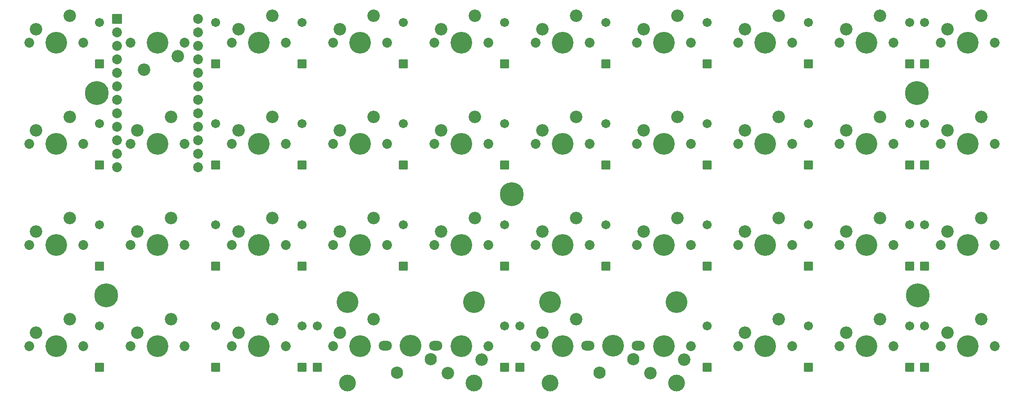
<source format=gts>
G04 #@! TF.GenerationSoftware,KiCad,Pcbnew,(6.0.0)*
G04 #@! TF.CreationDate,2023-02-08T23:18:21+02:00*
G04 #@! TF.ProjectId,electrolyte,656c6563-7472-46f6-9c79-74652e6b6963,v1.fun*
G04 #@! TF.SameCoordinates,Original*
G04 #@! TF.FileFunction,Soldermask,Top*
G04 #@! TF.FilePolarity,Negative*
%FSLAX46Y46*%
G04 Gerber Fmt 4.6, Leading zero omitted, Abs format (unit mm)*
G04 Created by KiCad (PCBNEW (6.0.0)) date 2023-02-08 23:18:21*
%MOMM*%
%LPD*%
G01*
G04 APERTURE LIST*
G04 Aperture macros list*
%AMRoundRect*
0 Rectangle with rounded corners*
0 $1 Rounding radius*
0 $2 $3 $4 $5 $6 $7 $8 $9 X,Y pos of 4 corners*
0 Add a 4 corners polygon primitive as box body*
4,1,4,$2,$3,$4,$5,$6,$7,$8,$9,$2,$3,0*
0 Add four circle primitives for the rounded corners*
1,1,$1+$1,$2,$3*
1,1,$1+$1,$4,$5*
1,1,$1+$1,$6,$7*
1,1,$1+$1,$8,$9*
0 Add four rect primitives between the rounded corners*
20,1,$1+$1,$2,$3,$4,$5,0*
20,1,$1+$1,$4,$5,$6,$7,0*
20,1,$1+$1,$6,$7,$8,$9,0*
20,1,$1+$1,$8,$9,$2,$3,0*%
G04 Aperture macros list end*
%ADD10RoundRect,0.051000X-0.800000X0.800000X-0.800000X-0.800000X0.800000X-0.800000X0.800000X0.800000X0*%
%ADD11C,1.702000*%
%ADD12C,1.852000*%
%ADD13C,4.089800*%
%ADD14C,2.352000*%
%ADD15RoundRect,0.051000X-0.876300X0.876300X-0.876300X-0.876300X0.876300X-0.876300X0.876300X0.876300X0*%
%ADD16C,1.854600*%
%ADD17C,4.502000*%
%ADD18C,4.102000*%
%ADD19O,2.482000X1.852000*%
%ADD20C,3.152000*%
%ADD21C,2.302000*%
G04 APERTURE END LIST*
D10*
X34067750Y-29712750D03*
D11*
X34067750Y-21912750D03*
D10*
X34067750Y-48762750D03*
D11*
X34067750Y-40962750D03*
D10*
X34067750Y-67812750D03*
D11*
X34067750Y-60012750D03*
D10*
X34067750Y-86862750D03*
D11*
X34067750Y-79062750D03*
D10*
X55911750Y-29712750D03*
D11*
X55911750Y-21912750D03*
D10*
X55911750Y-48762750D03*
D11*
X55911750Y-40962750D03*
D10*
X55911750Y-67812750D03*
D11*
X55911750Y-60012750D03*
D10*
X55911750Y-86862750D03*
D11*
X55911750Y-79062750D03*
D10*
X72167750Y-29712750D03*
D11*
X72167750Y-21912750D03*
D10*
X72167750Y-48762750D03*
D11*
X72167750Y-40962750D03*
D10*
X72167750Y-67812750D03*
D11*
X72167750Y-60012750D03*
D10*
X72167750Y-86862750D03*
D11*
X72167750Y-79062750D03*
D10*
X91217750Y-29712750D03*
D11*
X91217750Y-21912750D03*
D10*
X91217750Y-48762750D03*
D11*
X91217750Y-40962750D03*
D10*
X91217750Y-67812750D03*
D11*
X91217750Y-60012750D03*
D10*
X75000000Y-86862750D03*
D11*
X75000000Y-79062750D03*
D10*
X110267750Y-29712750D03*
D11*
X110267750Y-21912750D03*
D10*
X110267750Y-48762750D03*
D11*
X110267750Y-40962750D03*
D10*
X110267750Y-67812750D03*
D11*
X110267750Y-60012750D03*
D10*
X110267750Y-86862750D03*
D11*
X110267750Y-79062750D03*
D10*
X129317750Y-29712750D03*
D11*
X129317750Y-21912750D03*
D10*
X129317750Y-48762750D03*
D11*
X129317750Y-40962750D03*
D10*
X129317750Y-67812750D03*
D11*
X129317750Y-60012750D03*
D10*
X113100000Y-86862750D03*
D11*
X113100000Y-79062750D03*
D10*
X148367750Y-29712750D03*
D11*
X148367750Y-21912750D03*
D10*
X148367750Y-48762750D03*
D11*
X148367750Y-40962750D03*
D10*
X148367750Y-67812750D03*
D11*
X148367750Y-60012750D03*
D10*
X148367750Y-86862750D03*
D11*
X148367750Y-79062750D03*
D10*
X167417750Y-29712750D03*
D11*
X167417750Y-21912750D03*
D10*
X167417750Y-48762750D03*
D11*
X167417750Y-40962750D03*
D10*
X167417750Y-67812750D03*
D11*
X167417750Y-60012750D03*
D10*
X167417750Y-86862750D03*
D11*
X167417750Y-79062750D03*
D10*
X186467750Y-29712750D03*
D11*
X186467750Y-21912750D03*
D10*
X186467750Y-48762750D03*
D11*
X186467750Y-40962750D03*
D10*
X186467750Y-67812750D03*
D11*
X186467750Y-60012750D03*
D10*
X186467750Y-86862750D03*
D11*
X186467750Y-79062750D03*
D10*
X189261750Y-29712750D03*
D11*
X189261750Y-21912750D03*
D10*
X189261750Y-48762750D03*
D11*
X189261750Y-40962750D03*
D10*
X189261750Y-67812750D03*
D11*
X189261750Y-60012750D03*
D10*
X189261750Y-86862750D03*
D11*
X189261750Y-79062750D03*
D12*
X20859750Y-25685750D03*
X31019750Y-25685750D03*
D13*
X25939750Y-25685750D03*
D14*
X22129750Y-23145750D03*
X28479750Y-20605750D03*
D12*
X20859750Y-44735750D03*
X31019750Y-44735750D03*
D13*
X25939750Y-44735750D03*
D14*
X22129750Y-42195750D03*
X28479750Y-39655750D03*
D13*
X25939750Y-63785750D03*
D12*
X31019750Y-63785750D03*
X20859750Y-63785750D03*
D14*
X22129750Y-61245750D03*
X28479750Y-58705750D03*
D12*
X31019750Y-82835750D03*
X20859750Y-82835750D03*
D13*
X25939750Y-82835750D03*
D14*
X22129750Y-80295750D03*
X28479750Y-77755750D03*
D12*
X50069750Y-25685750D03*
X39909750Y-25685750D03*
D13*
X44989750Y-25685750D03*
D14*
X48799750Y-28225750D03*
X42449750Y-30765750D03*
D12*
X39909750Y-44735750D03*
X50069750Y-44735750D03*
D13*
X44989750Y-44735750D03*
D14*
X41179750Y-42195750D03*
X47529750Y-39655750D03*
D12*
X39909750Y-63785750D03*
D13*
X44989750Y-63785750D03*
D12*
X50069750Y-63785750D03*
D14*
X41179750Y-61245750D03*
X47529750Y-58705750D03*
D13*
X44989750Y-82835750D03*
D12*
X39909750Y-82835750D03*
X50069750Y-82835750D03*
D14*
X41179750Y-80295750D03*
X47529750Y-77755750D03*
D12*
X69119750Y-25685750D03*
D13*
X64039750Y-25685750D03*
D12*
X58959750Y-25685750D03*
D14*
X60229750Y-23145750D03*
X66579750Y-20605750D03*
D12*
X69119750Y-44735750D03*
X58959750Y-44735750D03*
D13*
X64039750Y-44735750D03*
D14*
X60229750Y-42195750D03*
X66579750Y-39655750D03*
D13*
X64039750Y-63785750D03*
D12*
X58959750Y-63785750D03*
X69119750Y-63785750D03*
D14*
X60229750Y-61245750D03*
X66579750Y-58705750D03*
D12*
X69119750Y-82835750D03*
D13*
X64039750Y-82835750D03*
D12*
X58959750Y-82835750D03*
D14*
X60229750Y-80295750D03*
X66579750Y-77755750D03*
D13*
X83089750Y-25685750D03*
D12*
X88169750Y-25685750D03*
X78009750Y-25685750D03*
D14*
X79279750Y-23145750D03*
X85629750Y-20605750D03*
D12*
X78009750Y-44735750D03*
D13*
X83089750Y-44735750D03*
D12*
X88169750Y-44735750D03*
D14*
X79279750Y-42195750D03*
X85629750Y-39655750D03*
D12*
X78009750Y-63785750D03*
X88169750Y-63785750D03*
D13*
X83089750Y-63785750D03*
D14*
X79279750Y-61245750D03*
X85629750Y-58705750D03*
D13*
X83089750Y-82835750D03*
D12*
X78009750Y-82835750D03*
D14*
X79279750Y-80295750D03*
X85629750Y-77755750D03*
D13*
X102139750Y-25685750D03*
D12*
X107219750Y-25685750D03*
X97059750Y-25685750D03*
D14*
X98329750Y-23145750D03*
X104679750Y-20605750D03*
X104679750Y-39655750D03*
X98329750Y-42195750D03*
D13*
X102139750Y-44735750D03*
D12*
X107219750Y-44735750D03*
X97059750Y-44735750D03*
X107219750Y-63785750D03*
X97059750Y-63785750D03*
D13*
X102139750Y-63785750D03*
D14*
X98329750Y-61245750D03*
X104679750Y-58705750D03*
D13*
X102139750Y-82835750D03*
D12*
X107219750Y-82835750D03*
D14*
X105949750Y-85375750D03*
X99599750Y-87915750D03*
D12*
X126269750Y-25685750D03*
X116109750Y-25685750D03*
D13*
X121189750Y-25685750D03*
D14*
X117379750Y-23145750D03*
X123729750Y-20605750D03*
D13*
X121189750Y-44735750D03*
D12*
X126269750Y-44735750D03*
X116109750Y-44735750D03*
D14*
X117379750Y-42195750D03*
X123729750Y-39655750D03*
D13*
X121189750Y-63785750D03*
D12*
X116109750Y-63785750D03*
X126269750Y-63785750D03*
D14*
X117379750Y-61245750D03*
X123729750Y-58705750D03*
D12*
X116109750Y-82835750D03*
D13*
X121189750Y-82835750D03*
D14*
X117379750Y-80295750D03*
X123729750Y-77755750D03*
D12*
X145319750Y-25685750D03*
D13*
X140239750Y-25685750D03*
D12*
X135159750Y-25685750D03*
D14*
X136429750Y-23145750D03*
X142779750Y-20605750D03*
X142779750Y-39655750D03*
X136429750Y-42195750D03*
D12*
X135159750Y-44735750D03*
D13*
X140239750Y-44735750D03*
D12*
X145319750Y-44735750D03*
D14*
X142779750Y-58705750D03*
X136429750Y-61245750D03*
D13*
X140239750Y-63785750D03*
D12*
X145319750Y-63785750D03*
X135159750Y-63785750D03*
D13*
X140239750Y-82835750D03*
D12*
X145319750Y-82835750D03*
D14*
X144049750Y-85375750D03*
X137699750Y-87915750D03*
D12*
X154209750Y-25685750D03*
X164369750Y-25685750D03*
D13*
X159289750Y-25685750D03*
D14*
X155479750Y-23145750D03*
X161829750Y-20605750D03*
D13*
X159289750Y-44735750D03*
D12*
X154209750Y-44735750D03*
X164369750Y-44735750D03*
D14*
X155479750Y-42195750D03*
X161829750Y-39655750D03*
X161829750Y-58705750D03*
X155479750Y-61245750D03*
D12*
X164369750Y-63785750D03*
D13*
X159289750Y-63785750D03*
D12*
X154209750Y-63785750D03*
X164369750Y-82835750D03*
D13*
X159289750Y-82835750D03*
D12*
X154209750Y-82835750D03*
D14*
X155479750Y-80295750D03*
X161829750Y-77755750D03*
D12*
X173259750Y-25685750D03*
X183419750Y-25685750D03*
D13*
X178339750Y-25685750D03*
D14*
X174529750Y-23145750D03*
X180879750Y-20605750D03*
D12*
X183419750Y-44735750D03*
D13*
X178339750Y-44735750D03*
D12*
X173259750Y-44735750D03*
D14*
X174529750Y-42195750D03*
X180879750Y-39655750D03*
D12*
X183419750Y-63785750D03*
X173259750Y-63785750D03*
D13*
X178339750Y-63785750D03*
D14*
X174529750Y-61245750D03*
X180879750Y-58705750D03*
D13*
X178339750Y-82835750D03*
D12*
X173259750Y-82835750D03*
X183419750Y-82835750D03*
D14*
X174529750Y-80295750D03*
X180879750Y-77755750D03*
D12*
X192309750Y-25685750D03*
X202469750Y-25685750D03*
D13*
X197389750Y-25685750D03*
D14*
X193579750Y-23145750D03*
X199929750Y-20605750D03*
D12*
X202469750Y-44735750D03*
D13*
X197389750Y-44735750D03*
D12*
X192309750Y-44735750D03*
D14*
X193579750Y-42195750D03*
X199929750Y-39655750D03*
D12*
X192309750Y-63785750D03*
X202469750Y-63785750D03*
D13*
X197389750Y-63785750D03*
D14*
X193579750Y-61245750D03*
X199929750Y-58705750D03*
D12*
X202469750Y-82835750D03*
D13*
X197389750Y-82835750D03*
D12*
X192309750Y-82835750D03*
D14*
X193579750Y-80295750D03*
X199929750Y-77755750D03*
D15*
X37369750Y-21240750D03*
D16*
X37369750Y-23780750D03*
X37369750Y-26320750D03*
X37369750Y-28860750D03*
X37369750Y-31400750D03*
X37369750Y-33940750D03*
X37369750Y-36480750D03*
X37369750Y-39020750D03*
X37369750Y-41560750D03*
X37369750Y-44100750D03*
X37369750Y-46640750D03*
X37369750Y-49180750D03*
X52609750Y-49180750D03*
X52609750Y-46640750D03*
X52609750Y-44100750D03*
X52609750Y-41560750D03*
X52609750Y-39020750D03*
X52609750Y-36480750D03*
X52609750Y-33940750D03*
X52609750Y-31400750D03*
X52609750Y-28860750D03*
X52609750Y-26320750D03*
X52609750Y-23780750D03*
X52609750Y-21240750D03*
D17*
X33528000Y-35179000D03*
X35306000Y-73279000D03*
X187960000Y-73279000D03*
X111633000Y-54229000D03*
X187833000Y-35179000D03*
D18*
X92600000Y-82800000D03*
D19*
X87860000Y-82800000D03*
D20*
X80700000Y-89800000D03*
X104500000Y-89800000D03*
D18*
X80700000Y-74560000D03*
X104500000Y-74560000D03*
D19*
X97340000Y-82800000D03*
D21*
X90060000Y-87880000D03*
X96410000Y-85340000D03*
D19*
X135440000Y-82800000D03*
X125960000Y-82800000D03*
D18*
X130700000Y-82800000D03*
X142600000Y-74560000D03*
D20*
X142600000Y-89800000D03*
D18*
X118800000Y-74560000D03*
D20*
X118800000Y-89800000D03*
D21*
X128160000Y-87880000D03*
X134510000Y-85340000D03*
M02*

</source>
